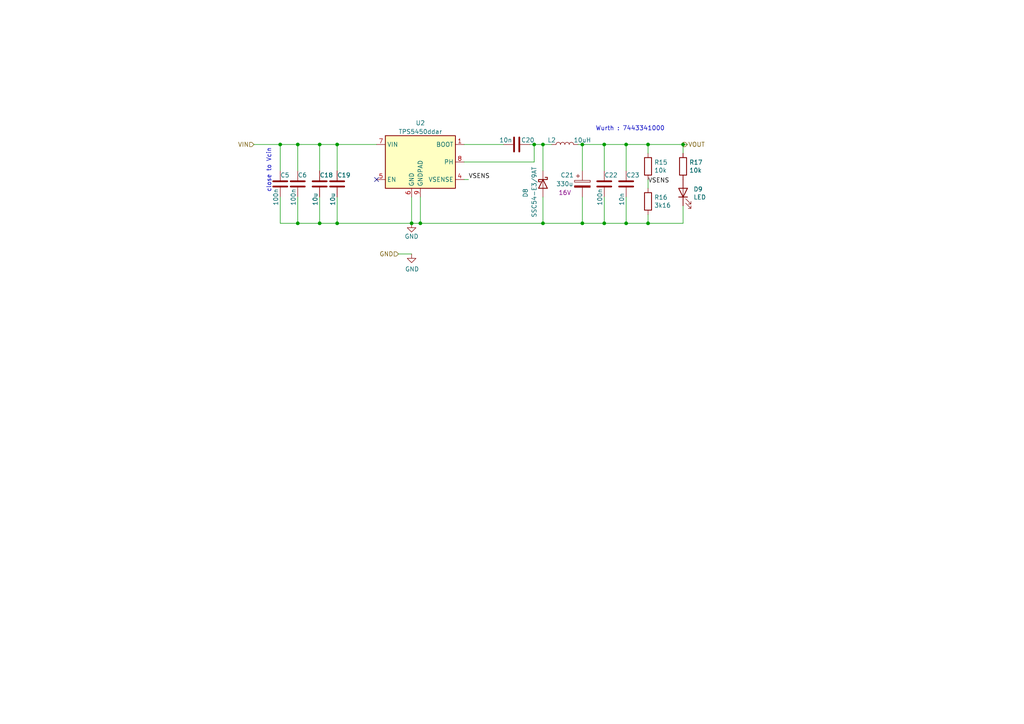
<source format=kicad_sch>
(kicad_sch (version 20211123) (generator eeschema)
  (paper "A4")
  (lib_symbols
    (symbol "Device:C" (pin_numbers hide) (pin_names (offset 0.254))
      (property "Reference" "C" (at 0.635 2.54 0))
      (property "Value" "C" (at 0.635 -2.54 0))
      (symbol "C_0_1"
        (polyline (pts (xy -2.032 -0.762) (xy 2.032 -0.762)) (stroke (width 0.508)))
        (polyline (pts (xy -2.032 0.762) (xy 2.032 0.762)) (stroke (width 0.508)))
      )
      (symbol "C_1_1"
        (pin passive line (at 0 3.81 270) (length 2.794) (name "~") (number "1"))
        (pin passive line (at 0 -3.81 90) (length 2.794) (name "~") (number "2"))
      )
    )
    (symbol "Device:C_Polarized" (pin_numbers hide) (pin_names (offset 0.254))
      (property "Reference" "C" (at 0.635 2.54 0))
      (property "Value" "C_Polarized" (at 0.635 -2.54 0))
      (symbol "C_Polarized_0_1"
        (rectangle (start -2.286 0.508) (end 2.286 1.016))
        (polyline (pts (xy -1.778 2.286) (xy -0.762 2.286)))
        (polyline (pts (xy -1.27 2.794) (xy -1.27 1.778)))
        (rectangle (start 2.286 -0.508) (end -2.286 -1.016) (fill (type outline)))
      )
      (symbol "C_Polarized_1_1"
        (pin passive line (at 0 3.81 270) (length 2.794) (name "~") (number "1"))
        (pin passive line (at 0 -3.81 90) (length 2.794) (name "~") (number "2"))
      )
    )
    (symbol "Device:D_Schottky" (pin_numbers hide) (pin_names (offset 1.016) hide)
      (property "Reference" "D" (at 0 2.54 0))
      (property "Value" "D_Schottky" (at 0 -2.54 0))
      (symbol "D_Schottky_0_1"
        (polyline (pts (xy 1.27 0) (xy -1.27 0)))
        (polyline (pts (xy 1.27 1.27) (xy 1.27 -1.27) (xy -1.27 0) (xy 1.27 1.27)) (stroke (width 0.254)))
        (polyline (pts (xy -1.905 0.635) (xy -1.905 1.27) (xy -1.27 1.27) (xy -1.27 -1.27) (xy -0.635 -1.27) (xy -0.635 -0.635)) (stroke (width 0.254)))
      )
      (symbol "D_Schottky_1_1"
        (pin passive line (at -3.81 0 0) (length 2.54) (name "K") (number "1"))
        (pin passive line (at 3.81 0 180) (length 2.54) (name "A") (number "2"))
      )
    )
    (symbol "Device:L" (pin_numbers hide) (pin_names (offset 1.016) hide)
      (property "Reference" "L" (at -1.27 0 90))
      (property "Value" "L" (at 1.905 0 90))
      (symbol "L_0_1"
        (arc (start 0 -2.54) (mid 0.635 -1.905) (end 0 -1.27))
        (arc (start 0 -1.27) (mid 0.635 -0.635) (end 0 0))
        (arc (start 0 0) (mid 0.635 0.635) (end 0 1.27))
        (arc (start 0 1.27) (mid 0.635 1.905) (end 0 2.54))
      )
      (symbol "L_1_1"
        (pin passive line (at 0 3.81 270) (length 1.27) (name "1") (number "1"))
        (pin passive line (at 0 -3.81 90) (length 1.27) (name "2") (number "2"))
      )
    )
    (symbol "Device:LED" (pin_numbers hide) (pin_names (offset 1.016) hide)
      (property "Reference" "D" (at 0 2.54 0))
      (property "Value" "LED" (at 0 -2.54 0))
      (symbol "LED_0_1"
        (polyline (pts (xy -1.27 -1.27) (xy -1.27 1.27)) (stroke (width 0.254)))
        (polyline (pts (xy -1.27 0) (xy 1.27 0)))
        (polyline (pts (xy 1.27 -1.27) (xy 1.27 1.27) (xy -1.27 0) (xy 1.27 -1.27)) (stroke (width 0.254)))
        (polyline (pts (xy -3.048 -0.762) (xy -4.572 -2.286) (xy -3.81 -2.286) (xy -4.572 -2.286) (xy -4.572 -1.524)))
        (polyline (pts (xy -1.778 -0.762) (xy -3.302 -2.286) (xy -2.54 -2.286) (xy -3.302 -2.286) (xy -3.302 -1.524)))
      )
      (symbol "LED_1_1"
        (pin passive line (at -3.81 0 0) (length 2.54) (name "K") (number "1"))
        (pin passive line (at 3.81 0 180) (length 2.54) (name "A") (number "2"))
      )
    )
    (symbol "Device:R" (pin_numbers hide) (pin_names (offset 0))
      (property "Reference" "R" (at 2.032 0 90))
      (property "Value" "R" (at 0 0 90))
      (symbol "R_0_1"
        (rectangle (start -1.016 -2.54) (end 1.016 2.54) (stroke (width 0.254)))
      )
      (symbol "R_1_1"
        (pin passive line (at 0 3.81 270) (length 1.27) (name "~") (number "1"))
        (pin passive line (at 0 -3.81 90) (length 1.27) (name "~") (number "2"))
      )
    )
    (symbol "Regulator_Switching:TPS5431DDA"
      (property "Reference" "U" (at -10.16 8.89 0))
      (property "Value" "TPS5431DDA" (at -1.27 8.89 0))
      (symbol "TPS5431DDA_0_1"
        (rectangle (start -10.16 7.62) (end 10.16 -7.62) (stroke (width 0.254)) (fill (type background)))
      )
      (symbol "TPS5431DDA_1_1"
        (pin input line (at 12.7 5.08 180) (length 2.54) (name "BOOT") (number "1"))
        (pin no_connect line (at -10.16 2.54 0) (length 2.54) hide (name "NC") (number "2"))
        (pin no_connect line (at -10.16 -2.54 0) (length 2.54) hide (name "NC") (number "3"))
        (pin input line (at 12.7 -5.08 180) (length 2.54) (name "VSENSE") (number "4"))
        (pin input line (at -12.7 -5.08 0) (length 2.54) (name "EN") (number "5"))
        (pin power_in line (at -2.54 -10.16 90) (length 2.54) (name "GND") (number "6"))
        (pin power_in line (at -12.7 5.08 0) (length 2.54) (name "VIN") (number "7"))
        (pin output line (at 12.7 0 180) (length 2.54) (name "PH") (number "8"))
        (pin power_in line (at 0 -10.16 90) (length 2.54) (name "GNDPAD") (number "9"))
      )
    )
    (symbol "power:GND" (power) (pin_names (offset 0))
      (property "Value" "GND" (at 0 -3.81 0))
      (symbol "GND_0_1"
        (polyline (pts (xy 0 0) (xy 0 -1.27) (xy 1.27 -1.27) (xy 0 -2.54) (xy -1.27 -1.27) (xy 0 -1.27)))
      )
      (symbol "GND_1_1"
        (pin power_in line (at 0 0 270) (length 0) hide (name "GND") (number "1"))
      )
    )
  )
  (junction (at 175.26 64.77))
  (junction (at 86.36 64.77))
  (junction (at 168.91 41.91))
  (junction (at 121.92 64.77))
  (junction (at 154.94 41.91))
  (junction (at 157.48 41.91))
  (junction (at 92.71 41.91))
  (junction (at 119.38 64.77))
  (junction (at 181.61 41.91))
  (junction (at 198.12 41.91))
  (junction (at 187.96 41.91))
  (junction (at 157.48 64.77))
  (junction (at 187.96 64.77))
  (junction (at 97.79 41.91))
  (junction (at 168.91 64.77))
  (junction (at 92.71 64.77))
  (junction (at 181.61 64.77))
  (junction (at 97.79 64.77))
  (junction (at 175.26 41.91))
  (junction (at 81.28 41.91))
  (junction (at 86.36 41.91))
  (no_connect (at 109.22 52.07))
  (wire (pts (xy 168.91 49.53) (xy 168.91 41.91)))
  (wire (pts (xy 86.36 64.77) (xy 92.71 64.77)))
  (wire (pts (xy 187.96 62.23) (xy 187.96 64.77)))
  (wire (pts (xy 134.62 52.07) (xy 135.89 52.07)))
  (wire (pts (xy 175.26 41.91) (xy 168.91 41.91)))
  (wire (pts (xy 198.12 59.69) (xy 198.12 64.77)))
  (wire (pts (xy 198.12 41.91) (xy 199.39 41.91)))
  (wire (pts (xy 92.71 41.91) (xy 97.79 41.91)))
  (wire (pts (xy 175.26 41.91) (xy 181.61 41.91)))
  (wire (pts (xy 168.91 64.77) (xy 175.26 64.77)))
  (wire (pts (xy 73.66 41.91) (xy 81.28 41.91)))
  (wire (pts (xy 154.94 41.91) (xy 157.48 41.91)))
  (wire (pts (xy 154.94 46.99) (xy 134.62 46.99)))
  (wire (pts (xy 121.92 57.15) (xy 121.92 64.77)))
  (wire (pts (xy 92.71 64.77) (xy 97.79 64.77)))
  (wire (pts (xy 181.61 41.91) (xy 181.61 49.53)))
  (wire (pts (xy 153.67 41.91) (xy 154.94 41.91)))
  (wire (pts (xy 187.96 52.07) (xy 187.96 54.61)))
  (wire (pts (xy 121.92 64.77) (xy 157.48 64.77)))
  (wire (pts (xy 187.96 41.91) (xy 198.12 41.91)))
  (wire (pts (xy 81.28 57.15) (xy 81.28 64.77)))
  (wire (pts (xy 168.91 57.15) (xy 168.91 64.77)))
  (wire (pts (xy 157.48 57.15) (xy 157.48 64.77)))
  (wire (pts (xy 86.36 41.91) (xy 86.36 49.53)))
  (wire (pts (xy 81.28 41.91) (xy 86.36 41.91)))
  (wire (pts (xy 181.61 41.91) (xy 187.96 41.91)))
  (wire (pts (xy 198.12 44.45) (xy 198.12 41.91)))
  (wire (pts (xy 119.38 64.77) (xy 121.92 64.77)))
  (wire (pts (xy 187.96 41.91) (xy 187.96 44.45)))
  (wire (pts (xy 154.94 41.91) (xy 154.94 46.99)))
  (wire (pts (xy 97.79 57.15) (xy 97.79 64.77)))
  (wire (pts (xy 97.79 64.77) (xy 119.38 64.77)))
  (wire (pts (xy 157.48 64.77) (xy 168.91 64.77)))
  (wire (pts (xy 157.48 41.91) (xy 160.02 41.91)))
  (wire (pts (xy 187.96 64.77) (xy 198.12 64.77)))
  (wire (pts (xy 86.36 57.15) (xy 86.36 64.77)))
  (wire (pts (xy 81.28 41.91) (xy 81.28 49.53)))
  (wire (pts (xy 175.26 41.91) (xy 175.26 49.53)))
  (wire (pts (xy 92.71 57.15) (xy 92.71 64.77)))
  (wire (pts (xy 97.79 49.53) (xy 97.79 41.91)))
  (wire (pts (xy 97.79 41.91) (xy 109.22 41.91)))
  (wire (pts (xy 81.28 64.77) (xy 86.36 64.77)))
  (wire (pts (xy 134.62 41.91) (xy 146.05 41.91)))
  (wire (pts (xy 86.36 41.91) (xy 92.71 41.91)))
  (wire (pts (xy 175.26 64.77) (xy 181.61 64.77)))
  (wire (pts (xy 119.38 57.15) (xy 119.38 64.77)))
  (wire (pts (xy 92.71 49.53) (xy 92.71 41.91)))
  (wire (pts (xy 175.26 57.15) (xy 175.26 64.77)))
  (wire (pts (xy 181.61 64.77) (xy 187.96 64.77)))
  (wire (pts (xy 115.57 73.66) (xy 119.38 73.66)))
  (wire (pts (xy 181.61 57.15) (xy 181.61 64.77)))
  (wire (pts (xy 157.48 41.91) (xy 157.48 49.53)))
  (wire (pts (xy 168.91 41.91) (xy 167.64 41.91)))
  (text "close to Vcin" (at 78.74 55.88 90) (effects (font (size 1.27 1.27)) (justify left bottom)))
  (text "Wurth : 7443341000" (at 172.72 38.1 0) (effects (font (size 1.27 1.27)) (justify left bottom)))
  (label "VSENS" (at 135.89 52.07 0))
  (label "VSENS" (at 187.96 53.34 0))
  (hierarchical_label "VIN" (shape input) (at 73.66 41.91 180))
  (hierarchical_label "GND" (shape input) (at 115.57 73.66 180))
  (hierarchical_label "VOUT" (shape output) (at 198.12 41.91 0))
  (symbol (lib_id "Device:C") (at 81.28 53.34 0) (unit 1)
    (property "Reference" "C5" (at 81.28 50.8 0) (effects (justify left)))
    (property "Value" "100n" (at 80.01 59.69 90) (effects (justify left)))
    (property "Footprint" "Capacitor_SMD:C_0805_2012Metric_Pad1.18x1.45mm_HandSolder" (effects hide))
  )
  (symbol (lib_id "power:GND") (at 119.38 64.77 0) (unit 1)
    (property "Reference" "#PWR03" (effects hide))
    (property "Value" "GND" (at 119.38 68.58 0))
  )
  (symbol (lib_id "Device:L") (at 163.83 41.91 90) (unit 1)
    (property "Reference" "L2" (at 160.02 40.64 90))
    (property "Value" "10uH" (at 168.91 40.64 90))
    (property "Footprint" "Inductor_SMD:L_Wuerth_HCI-1335" (effects hide))
  )
  (symbol (lib_id "Device:R") (at 187.96 48.26 0) (unit 1)
    (property "Reference" "R15" (at 189.738 47.0916 0) (effects (justify left)))
    (property "Value" "10k" (at 189.738 49.403 0) (effects (justify left)))
    (property "Footprint" "Resistor_SMD:R_0603_1608Metric_Pad0.98x0.95mm_HandSolder" (effects hide))
  )
  (symbol (lib_id "power:GND") (at 119.38 73.66 0) (unit 1)
    (property "Reference" "#PWR04" (effects hide))
    (property "Value" "GND" (at 119.507 78.0542 0))
  )
  (symbol (lib_id "Device:C_Polarized") (at 168.91 53.34 0) (unit 1)
    (property "Reference" "C21" (at 162.56 50.8 0) (effects (justify left)))
    (property "Value" "330u" (at 161.29 53.34 0) (effects (justify left)))
    (property "Footprint" "Capacitor_SMD:CP_Elec_8x11.9" (effects hide))
    (property "Field4" "16V" (at 163.83 55.88 0))
    (property "Field5" "Wurth 875075355004" (effects hide))
  )
  (symbol (lib_id "Device:R") (at 198.12 48.26 0) (unit 1)
    (property "Reference" "R17" (at 199.898 47.0916 0) (effects (justify left)))
    (property "Value" "10k" (at 199.898 49.403 0) (effects (justify left)))
    (property "Footprint" "Resistor_SMD:R_0603_1608Metric_Pad0.98x0.95mm_HandSolder" (effects hide))
  )
  (symbol (lib_id "Device:LED") (at 198.12 55.88 90) (unit 1)
    (property "Reference" "D9" (at 201.1172 54.8894 90) (effects (justify right)))
    (property "Value" "LED" (at 201.1172 57.2008 90) (effects (justify right)))
    (property "Footprint" "LED_SMD:LED_0805_2012Metric_Pad1.15x1.40mm_HandSolder" (effects hide))
  )
  (symbol (lib_id "Device:C") (at 181.61 53.34 0) (unit 1)
    (property "Reference" "C23" (at 181.61 50.8 0) (effects (justify left)))
    (property "Value" "10n" (at 180.34 59.69 90) (effects (justify left)))
    (property "Footprint" "Capacitor_SMD:C_0805_2012Metric_Pad1.18x1.45mm_HandSolder" (effects hide))
  )
  (symbol (lib_id "Device:C") (at 175.26 53.34 0) (unit 1)
    (property "Reference" "C22" (at 175.26 50.8 0) (effects (justify left)))
    (property "Value" "100n" (at 173.99 59.69 90) (effects (justify left)))
    (property "Footprint" "Capacitor_SMD:C_0805_2012Metric_Pad1.18x1.45mm_HandSolder" (effects hide))
  )
  (symbol (lib_id "Device:C") (at 149.86 41.91 270) (unit 1)
    (property "Reference" "C20" (at 151.13 40.64 90) (effects (justify left)))
    (property "Value" "10n" (at 144.78 40.64 90) (effects (justify left)))
    (property "Footprint" "Capacitor_SMD:C_0805_2012Metric_Pad1.18x1.45mm_HandSolder" (effects hide))
  )
  (symbol (lib_id "Device:D_Schottky") (at 157.48 53.34 270) (unit 1)
    (property "Reference" "D8" (at 152.4 54.61 0) (effects (justify left)))
    (property "Value" "SSC54-E3/9AT" (at 154.94 48.26 0) (effects (justify left)))
    (property "Footprint" "Diode_SMD:D_SMC_Handsoldering" (effects hide))
  )
  (symbol (lib_id "Device:C") (at 97.79 53.34 0) (unit 1)
    (property "Reference" "C19" (at 97.79 50.8 0) (effects (justify left)))
    (property "Value" "10u" (at 96.52 59.69 90) (effects (justify left)))
    (property "Footprint" "Capacitor_SMD:C_1210_3225Metric_Pad1.33x2.70mm_HandSolder" (effects hide))
  )
  (symbol (lib_id "Device:C") (at 92.71 53.34 0) (unit 1)
    (property "Reference" "C18" (at 92.71 50.8 0) (effects (justify left)))
    (property "Value" "10u" (at 91.44 59.69 90) (effects (justify left)))
    (property "Footprint" "Capacitor_SMD:C_1210_3225Metric_Pad1.33x2.70mm_HandSolder" (effects hide))
  )
  (symbol (lib_id "Device:R") (at 187.96 58.42 0) (unit 1)
    (property "Reference" "R16" (at 189.738 57.2516 0) (effects (justify left)))
    (property "Value" "3k16" (at 189.738 59.563 0) (effects (justify left)))
    (property "Footprint" "Resistor_SMD:R_0603_1608Metric_Pad0.98x0.95mm_HandSolder" (effects hide))
  )
  (symbol (lib_id "Device:C") (at 86.36 53.34 0) (unit 1)
    (property "Reference" "C6" (at 86.36 50.8 0) (effects (justify left)))
    (property "Value" "100n" (at 85.09 59.69 90) (effects (justify left)))
    (property "Footprint" "Capacitor_SMD:C_0805_2012Metric_Pad1.18x1.45mm_HandSolder" (effects hide))
  )
  (symbol (lib_id "Regulator_Switching:TPS5431DDA") (at 121.92 46.99 0) (unit 1)
    (property "Reference" "U2" (at 121.92 35.6702 0))
    (property "Value" "TPS5450ddar" (at 121.92 38.2071 0))
    (property "Footprint" "Package_SO:TI_SO-PowerPAD-8_ThermalVias" (effects hide))
    (property "Datasheet" "http://www.ti.com/lit/ds/symlink/tps5430.pdf" (effects hide))
  )
)
</source>
